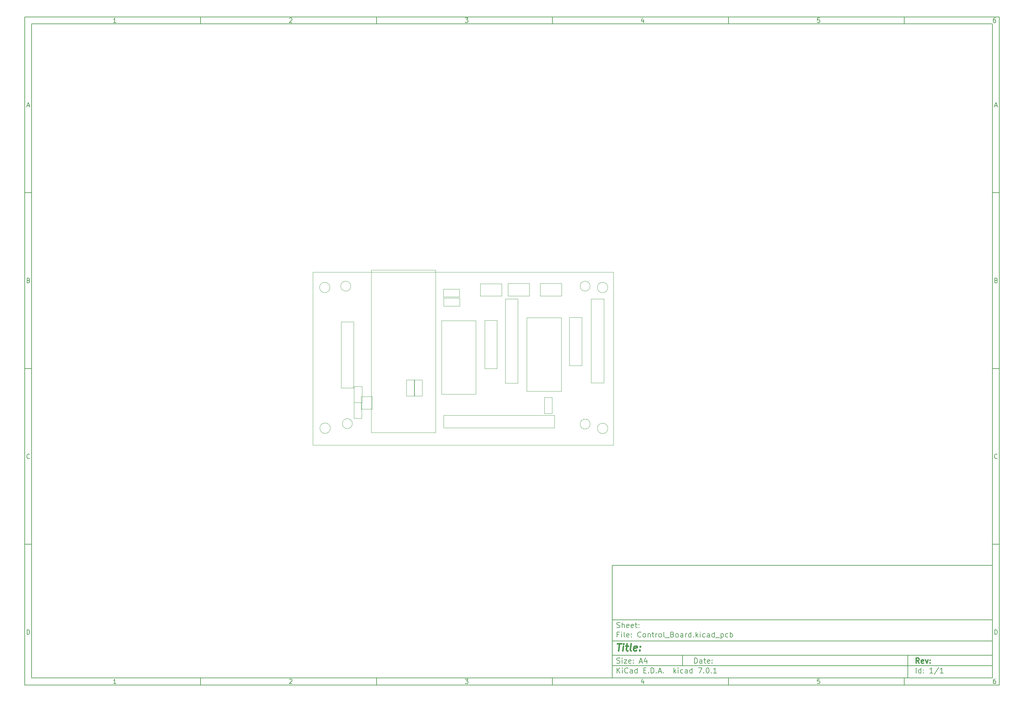
<source format=gbr>
%TF.GenerationSoftware,KiCad,Pcbnew,7.0.1*%
%TF.CreationDate,2023-10-26T15:35:36+00:00*%
%TF.ProjectId,Control_Board,436f6e74-726f-46c5-9f42-6f6172642e6b,rev?*%
%TF.SameCoordinates,Original*%
%TF.FileFunction,Other,User*%
%FSLAX45Y45*%
G04 Gerber Fmt 4.5, Leading zero omitted, Abs format (unit mm)*
G04 Created by KiCad (PCBNEW 7.0.1) date 2023-10-26 15:35:36*
%MOMM*%
%LPD*%
G01*
G04 APERTURE LIST*
%ADD10C,0.100000*%
%ADD11C,0.150000*%
%ADD12C,0.300000*%
%ADD13C,0.400000*%
%ADD14C,0.050000*%
%TA.AperFunction,Profile*%
%ADD15C,0.100000*%
%TD*%
G04 APERTURE END LIST*
D10*
D11*
X17700220Y-16600720D02*
X28500220Y-16600720D01*
X28500220Y-19800720D01*
X17700220Y-19800720D01*
X17700220Y-16600720D01*
D10*
D11*
X1000000Y-1000000D02*
X28700220Y-1000000D01*
X28700220Y-20000720D01*
X1000000Y-20000720D01*
X1000000Y-1000000D01*
D10*
D11*
X1200000Y-1200000D02*
X28500220Y-1200000D01*
X28500220Y-19800720D01*
X1200000Y-19800720D01*
X1200000Y-1200000D01*
D10*
D11*
X6000000Y-1200000D02*
X6000000Y-1000000D01*
D10*
D11*
X11000000Y-1200000D02*
X11000000Y-1000000D01*
D10*
D11*
X16000000Y-1200000D02*
X16000000Y-1000000D01*
D10*
D11*
X21000000Y-1200000D02*
X21000000Y-1000000D01*
D10*
D11*
X26000000Y-1200000D02*
X26000000Y-1000000D01*
D10*
D11*
X3599048Y-1160140D02*
X3524762Y-1160140D01*
X3561905Y-1160140D02*
X3561905Y-1030140D01*
X3561905Y-1030140D02*
X3549524Y-1048712D01*
X3549524Y-1048712D02*
X3537143Y-1061093D01*
X3537143Y-1061093D02*
X3524762Y-1067283D01*
D10*
D11*
X8524762Y-1042521D02*
X8530952Y-1036331D01*
X8530952Y-1036331D02*
X8543333Y-1030140D01*
X8543333Y-1030140D02*
X8574286Y-1030140D01*
X8574286Y-1030140D02*
X8586667Y-1036331D01*
X8586667Y-1036331D02*
X8592857Y-1042521D01*
X8592857Y-1042521D02*
X8599048Y-1054902D01*
X8599048Y-1054902D02*
X8599048Y-1067283D01*
X8599048Y-1067283D02*
X8592857Y-1085855D01*
X8592857Y-1085855D02*
X8518571Y-1160140D01*
X8518571Y-1160140D02*
X8599048Y-1160140D01*
D10*
D11*
X13518571Y-1030140D02*
X13599048Y-1030140D01*
X13599048Y-1030140D02*
X13555714Y-1079664D01*
X13555714Y-1079664D02*
X13574286Y-1079664D01*
X13574286Y-1079664D02*
X13586667Y-1085855D01*
X13586667Y-1085855D02*
X13592857Y-1092045D01*
X13592857Y-1092045D02*
X13599048Y-1104426D01*
X13599048Y-1104426D02*
X13599048Y-1135379D01*
X13599048Y-1135379D02*
X13592857Y-1147760D01*
X13592857Y-1147760D02*
X13586667Y-1153950D01*
X13586667Y-1153950D02*
X13574286Y-1160140D01*
X13574286Y-1160140D02*
X13537143Y-1160140D01*
X13537143Y-1160140D02*
X13524762Y-1153950D01*
X13524762Y-1153950D02*
X13518571Y-1147760D01*
D10*
D11*
X18586667Y-1073474D02*
X18586667Y-1160140D01*
X18555714Y-1023950D02*
X18524762Y-1116807D01*
X18524762Y-1116807D02*
X18605238Y-1116807D01*
D10*
D11*
X23592857Y-1030140D02*
X23530952Y-1030140D01*
X23530952Y-1030140D02*
X23524762Y-1092045D01*
X23524762Y-1092045D02*
X23530952Y-1085855D01*
X23530952Y-1085855D02*
X23543333Y-1079664D01*
X23543333Y-1079664D02*
X23574286Y-1079664D01*
X23574286Y-1079664D02*
X23586667Y-1085855D01*
X23586667Y-1085855D02*
X23592857Y-1092045D01*
X23592857Y-1092045D02*
X23599048Y-1104426D01*
X23599048Y-1104426D02*
X23599048Y-1135379D01*
X23599048Y-1135379D02*
X23592857Y-1147760D01*
X23592857Y-1147760D02*
X23586667Y-1153950D01*
X23586667Y-1153950D02*
X23574286Y-1160140D01*
X23574286Y-1160140D02*
X23543333Y-1160140D01*
X23543333Y-1160140D02*
X23530952Y-1153950D01*
X23530952Y-1153950D02*
X23524762Y-1147760D01*
D10*
D11*
X28586667Y-1030140D02*
X28561905Y-1030140D01*
X28561905Y-1030140D02*
X28549524Y-1036331D01*
X28549524Y-1036331D02*
X28543333Y-1042521D01*
X28543333Y-1042521D02*
X28530952Y-1061093D01*
X28530952Y-1061093D02*
X28524762Y-1085855D01*
X28524762Y-1085855D02*
X28524762Y-1135379D01*
X28524762Y-1135379D02*
X28530952Y-1147760D01*
X28530952Y-1147760D02*
X28537143Y-1153950D01*
X28537143Y-1153950D02*
X28549524Y-1160140D01*
X28549524Y-1160140D02*
X28574286Y-1160140D01*
X28574286Y-1160140D02*
X28586667Y-1153950D01*
X28586667Y-1153950D02*
X28592857Y-1147760D01*
X28592857Y-1147760D02*
X28599048Y-1135379D01*
X28599048Y-1135379D02*
X28599048Y-1104426D01*
X28599048Y-1104426D02*
X28592857Y-1092045D01*
X28592857Y-1092045D02*
X28586667Y-1085855D01*
X28586667Y-1085855D02*
X28574286Y-1079664D01*
X28574286Y-1079664D02*
X28549524Y-1079664D01*
X28549524Y-1079664D02*
X28537143Y-1085855D01*
X28537143Y-1085855D02*
X28530952Y-1092045D01*
X28530952Y-1092045D02*
X28524762Y-1104426D01*
D10*
D11*
X6000000Y-19800720D02*
X6000000Y-20000720D01*
D10*
D11*
X11000000Y-19800720D02*
X11000000Y-20000720D01*
D10*
D11*
X16000000Y-19800720D02*
X16000000Y-20000720D01*
D10*
D11*
X21000000Y-19800720D02*
X21000000Y-20000720D01*
D10*
D11*
X26000000Y-19800720D02*
X26000000Y-20000720D01*
D10*
D11*
X3599048Y-19960860D02*
X3524762Y-19960860D01*
X3561905Y-19960860D02*
X3561905Y-19830860D01*
X3561905Y-19830860D02*
X3549524Y-19849432D01*
X3549524Y-19849432D02*
X3537143Y-19861813D01*
X3537143Y-19861813D02*
X3524762Y-19868003D01*
D10*
D11*
X8524762Y-19843241D02*
X8530952Y-19837051D01*
X8530952Y-19837051D02*
X8543333Y-19830860D01*
X8543333Y-19830860D02*
X8574286Y-19830860D01*
X8574286Y-19830860D02*
X8586667Y-19837051D01*
X8586667Y-19837051D02*
X8592857Y-19843241D01*
X8592857Y-19843241D02*
X8599048Y-19855622D01*
X8599048Y-19855622D02*
X8599048Y-19868003D01*
X8599048Y-19868003D02*
X8592857Y-19886575D01*
X8592857Y-19886575D02*
X8518571Y-19960860D01*
X8518571Y-19960860D02*
X8599048Y-19960860D01*
D10*
D11*
X13518571Y-19830860D02*
X13599048Y-19830860D01*
X13599048Y-19830860D02*
X13555714Y-19880384D01*
X13555714Y-19880384D02*
X13574286Y-19880384D01*
X13574286Y-19880384D02*
X13586667Y-19886575D01*
X13586667Y-19886575D02*
X13592857Y-19892765D01*
X13592857Y-19892765D02*
X13599048Y-19905146D01*
X13599048Y-19905146D02*
X13599048Y-19936099D01*
X13599048Y-19936099D02*
X13592857Y-19948480D01*
X13592857Y-19948480D02*
X13586667Y-19954670D01*
X13586667Y-19954670D02*
X13574286Y-19960860D01*
X13574286Y-19960860D02*
X13537143Y-19960860D01*
X13537143Y-19960860D02*
X13524762Y-19954670D01*
X13524762Y-19954670D02*
X13518571Y-19948480D01*
D10*
D11*
X18586667Y-19874194D02*
X18586667Y-19960860D01*
X18555714Y-19824670D02*
X18524762Y-19917527D01*
X18524762Y-19917527D02*
X18605238Y-19917527D01*
D10*
D11*
X23592857Y-19830860D02*
X23530952Y-19830860D01*
X23530952Y-19830860D02*
X23524762Y-19892765D01*
X23524762Y-19892765D02*
X23530952Y-19886575D01*
X23530952Y-19886575D02*
X23543333Y-19880384D01*
X23543333Y-19880384D02*
X23574286Y-19880384D01*
X23574286Y-19880384D02*
X23586667Y-19886575D01*
X23586667Y-19886575D02*
X23592857Y-19892765D01*
X23592857Y-19892765D02*
X23599048Y-19905146D01*
X23599048Y-19905146D02*
X23599048Y-19936099D01*
X23599048Y-19936099D02*
X23592857Y-19948480D01*
X23592857Y-19948480D02*
X23586667Y-19954670D01*
X23586667Y-19954670D02*
X23574286Y-19960860D01*
X23574286Y-19960860D02*
X23543333Y-19960860D01*
X23543333Y-19960860D02*
X23530952Y-19954670D01*
X23530952Y-19954670D02*
X23524762Y-19948480D01*
D10*
D11*
X28586667Y-19830860D02*
X28561905Y-19830860D01*
X28561905Y-19830860D02*
X28549524Y-19837051D01*
X28549524Y-19837051D02*
X28543333Y-19843241D01*
X28543333Y-19843241D02*
X28530952Y-19861813D01*
X28530952Y-19861813D02*
X28524762Y-19886575D01*
X28524762Y-19886575D02*
X28524762Y-19936099D01*
X28524762Y-19936099D02*
X28530952Y-19948480D01*
X28530952Y-19948480D02*
X28537143Y-19954670D01*
X28537143Y-19954670D02*
X28549524Y-19960860D01*
X28549524Y-19960860D02*
X28574286Y-19960860D01*
X28574286Y-19960860D02*
X28586667Y-19954670D01*
X28586667Y-19954670D02*
X28592857Y-19948480D01*
X28592857Y-19948480D02*
X28599048Y-19936099D01*
X28599048Y-19936099D02*
X28599048Y-19905146D01*
X28599048Y-19905146D02*
X28592857Y-19892765D01*
X28592857Y-19892765D02*
X28586667Y-19886575D01*
X28586667Y-19886575D02*
X28574286Y-19880384D01*
X28574286Y-19880384D02*
X28549524Y-19880384D01*
X28549524Y-19880384D02*
X28537143Y-19886575D01*
X28537143Y-19886575D02*
X28530952Y-19892765D01*
X28530952Y-19892765D02*
X28524762Y-19905146D01*
D10*
D11*
X1000000Y-6000000D02*
X1200000Y-6000000D01*
D10*
D11*
X1000000Y-11000000D02*
X1200000Y-11000000D01*
D10*
D11*
X1000000Y-16000000D02*
X1200000Y-16000000D01*
D10*
D11*
X1069048Y-3522998D02*
X1130952Y-3522998D01*
X1056667Y-3560140D02*
X1100000Y-3430140D01*
X1100000Y-3430140D02*
X1143333Y-3560140D01*
D10*
D11*
X1109286Y-8492045D02*
X1127857Y-8498236D01*
X1127857Y-8498236D02*
X1134048Y-8504426D01*
X1134048Y-8504426D02*
X1140238Y-8516807D01*
X1140238Y-8516807D02*
X1140238Y-8535379D01*
X1140238Y-8535379D02*
X1134048Y-8547760D01*
X1134048Y-8547760D02*
X1127857Y-8553950D01*
X1127857Y-8553950D02*
X1115476Y-8560140D01*
X1115476Y-8560140D02*
X1065952Y-8560140D01*
X1065952Y-8560140D02*
X1065952Y-8430140D01*
X1065952Y-8430140D02*
X1109286Y-8430140D01*
X1109286Y-8430140D02*
X1121667Y-8436331D01*
X1121667Y-8436331D02*
X1127857Y-8442521D01*
X1127857Y-8442521D02*
X1134048Y-8454902D01*
X1134048Y-8454902D02*
X1134048Y-8467283D01*
X1134048Y-8467283D02*
X1127857Y-8479664D01*
X1127857Y-8479664D02*
X1121667Y-8485855D01*
X1121667Y-8485855D02*
X1109286Y-8492045D01*
X1109286Y-8492045D02*
X1065952Y-8492045D01*
D10*
D11*
X1140238Y-13547759D02*
X1134048Y-13553950D01*
X1134048Y-13553950D02*
X1115476Y-13560140D01*
X1115476Y-13560140D02*
X1103095Y-13560140D01*
X1103095Y-13560140D02*
X1084524Y-13553950D01*
X1084524Y-13553950D02*
X1072143Y-13541569D01*
X1072143Y-13541569D02*
X1065952Y-13529188D01*
X1065952Y-13529188D02*
X1059762Y-13504426D01*
X1059762Y-13504426D02*
X1059762Y-13485855D01*
X1059762Y-13485855D02*
X1065952Y-13461093D01*
X1065952Y-13461093D02*
X1072143Y-13448712D01*
X1072143Y-13448712D02*
X1084524Y-13436331D01*
X1084524Y-13436331D02*
X1103095Y-13430140D01*
X1103095Y-13430140D02*
X1115476Y-13430140D01*
X1115476Y-13430140D02*
X1134048Y-13436331D01*
X1134048Y-13436331D02*
X1140238Y-13442521D01*
D10*
D11*
X1065952Y-18560140D02*
X1065952Y-18430140D01*
X1065952Y-18430140D02*
X1096905Y-18430140D01*
X1096905Y-18430140D02*
X1115476Y-18436331D01*
X1115476Y-18436331D02*
X1127857Y-18448712D01*
X1127857Y-18448712D02*
X1134048Y-18461093D01*
X1134048Y-18461093D02*
X1140238Y-18485855D01*
X1140238Y-18485855D02*
X1140238Y-18504426D01*
X1140238Y-18504426D02*
X1134048Y-18529188D01*
X1134048Y-18529188D02*
X1127857Y-18541569D01*
X1127857Y-18541569D02*
X1115476Y-18553950D01*
X1115476Y-18553950D02*
X1096905Y-18560140D01*
X1096905Y-18560140D02*
X1065952Y-18560140D01*
D10*
D11*
X28700220Y-6000000D02*
X28500220Y-6000000D01*
D10*
D11*
X28700220Y-11000000D02*
X28500220Y-11000000D01*
D10*
D11*
X28700220Y-16000000D02*
X28500220Y-16000000D01*
D10*
D11*
X28569268Y-3522998D02*
X28631172Y-3522998D01*
X28556887Y-3560140D02*
X28600220Y-3430140D01*
X28600220Y-3430140D02*
X28643553Y-3560140D01*
D10*
D11*
X28609506Y-8492045D02*
X28628077Y-8498236D01*
X28628077Y-8498236D02*
X28634268Y-8504426D01*
X28634268Y-8504426D02*
X28640458Y-8516807D01*
X28640458Y-8516807D02*
X28640458Y-8535379D01*
X28640458Y-8535379D02*
X28634268Y-8547760D01*
X28634268Y-8547760D02*
X28628077Y-8553950D01*
X28628077Y-8553950D02*
X28615696Y-8560140D01*
X28615696Y-8560140D02*
X28566172Y-8560140D01*
X28566172Y-8560140D02*
X28566172Y-8430140D01*
X28566172Y-8430140D02*
X28609506Y-8430140D01*
X28609506Y-8430140D02*
X28621887Y-8436331D01*
X28621887Y-8436331D02*
X28628077Y-8442521D01*
X28628077Y-8442521D02*
X28634268Y-8454902D01*
X28634268Y-8454902D02*
X28634268Y-8467283D01*
X28634268Y-8467283D02*
X28628077Y-8479664D01*
X28628077Y-8479664D02*
X28621887Y-8485855D01*
X28621887Y-8485855D02*
X28609506Y-8492045D01*
X28609506Y-8492045D02*
X28566172Y-8492045D01*
D10*
D11*
X28640458Y-13547759D02*
X28634268Y-13553950D01*
X28634268Y-13553950D02*
X28615696Y-13560140D01*
X28615696Y-13560140D02*
X28603315Y-13560140D01*
X28603315Y-13560140D02*
X28584744Y-13553950D01*
X28584744Y-13553950D02*
X28572363Y-13541569D01*
X28572363Y-13541569D02*
X28566172Y-13529188D01*
X28566172Y-13529188D02*
X28559982Y-13504426D01*
X28559982Y-13504426D02*
X28559982Y-13485855D01*
X28559982Y-13485855D02*
X28566172Y-13461093D01*
X28566172Y-13461093D02*
X28572363Y-13448712D01*
X28572363Y-13448712D02*
X28584744Y-13436331D01*
X28584744Y-13436331D02*
X28603315Y-13430140D01*
X28603315Y-13430140D02*
X28615696Y-13430140D01*
X28615696Y-13430140D02*
X28634268Y-13436331D01*
X28634268Y-13436331D02*
X28640458Y-13442521D01*
D10*
D11*
X28566172Y-18560140D02*
X28566172Y-18430140D01*
X28566172Y-18430140D02*
X28597125Y-18430140D01*
X28597125Y-18430140D02*
X28615696Y-18436331D01*
X28615696Y-18436331D02*
X28628077Y-18448712D01*
X28628077Y-18448712D02*
X28634268Y-18461093D01*
X28634268Y-18461093D02*
X28640458Y-18485855D01*
X28640458Y-18485855D02*
X28640458Y-18504426D01*
X28640458Y-18504426D02*
X28634268Y-18529188D01*
X28634268Y-18529188D02*
X28628077Y-18541569D01*
X28628077Y-18541569D02*
X28615696Y-18553950D01*
X28615696Y-18553950D02*
X28597125Y-18560140D01*
X28597125Y-18560140D02*
X28566172Y-18560140D01*
D10*
D11*
X20035934Y-19380113D02*
X20035934Y-19230113D01*
X20035934Y-19230113D02*
X20071649Y-19230113D01*
X20071649Y-19230113D02*
X20093077Y-19237256D01*
X20093077Y-19237256D02*
X20107363Y-19251541D01*
X20107363Y-19251541D02*
X20114506Y-19265827D01*
X20114506Y-19265827D02*
X20121649Y-19294399D01*
X20121649Y-19294399D02*
X20121649Y-19315827D01*
X20121649Y-19315827D02*
X20114506Y-19344399D01*
X20114506Y-19344399D02*
X20107363Y-19358684D01*
X20107363Y-19358684D02*
X20093077Y-19372970D01*
X20093077Y-19372970D02*
X20071649Y-19380113D01*
X20071649Y-19380113D02*
X20035934Y-19380113D01*
X20250220Y-19380113D02*
X20250220Y-19301541D01*
X20250220Y-19301541D02*
X20243077Y-19287256D01*
X20243077Y-19287256D02*
X20228791Y-19280113D01*
X20228791Y-19280113D02*
X20200220Y-19280113D01*
X20200220Y-19280113D02*
X20185934Y-19287256D01*
X20250220Y-19372970D02*
X20235934Y-19380113D01*
X20235934Y-19380113D02*
X20200220Y-19380113D01*
X20200220Y-19380113D02*
X20185934Y-19372970D01*
X20185934Y-19372970D02*
X20178791Y-19358684D01*
X20178791Y-19358684D02*
X20178791Y-19344399D01*
X20178791Y-19344399D02*
X20185934Y-19330113D01*
X20185934Y-19330113D02*
X20200220Y-19322970D01*
X20200220Y-19322970D02*
X20235934Y-19322970D01*
X20235934Y-19322970D02*
X20250220Y-19315827D01*
X20300220Y-19280113D02*
X20357363Y-19280113D01*
X20321649Y-19230113D02*
X20321649Y-19358684D01*
X20321649Y-19358684D02*
X20328791Y-19372970D01*
X20328791Y-19372970D02*
X20343077Y-19380113D01*
X20343077Y-19380113D02*
X20357363Y-19380113D01*
X20464506Y-19372970D02*
X20450220Y-19380113D01*
X20450220Y-19380113D02*
X20421649Y-19380113D01*
X20421649Y-19380113D02*
X20407363Y-19372970D01*
X20407363Y-19372970D02*
X20400220Y-19358684D01*
X20400220Y-19358684D02*
X20400220Y-19301541D01*
X20400220Y-19301541D02*
X20407363Y-19287256D01*
X20407363Y-19287256D02*
X20421649Y-19280113D01*
X20421649Y-19280113D02*
X20450220Y-19280113D01*
X20450220Y-19280113D02*
X20464506Y-19287256D01*
X20464506Y-19287256D02*
X20471649Y-19301541D01*
X20471649Y-19301541D02*
X20471649Y-19315827D01*
X20471649Y-19315827D02*
X20400220Y-19330113D01*
X20535934Y-19365827D02*
X20543077Y-19372970D01*
X20543077Y-19372970D02*
X20535934Y-19380113D01*
X20535934Y-19380113D02*
X20528791Y-19372970D01*
X20528791Y-19372970D02*
X20535934Y-19365827D01*
X20535934Y-19365827D02*
X20535934Y-19380113D01*
X20535934Y-19287256D02*
X20543077Y-19294399D01*
X20543077Y-19294399D02*
X20535934Y-19301541D01*
X20535934Y-19301541D02*
X20528791Y-19294399D01*
X20528791Y-19294399D02*
X20535934Y-19287256D01*
X20535934Y-19287256D02*
X20535934Y-19301541D01*
D10*
D11*
X17700220Y-19450720D02*
X28500220Y-19450720D01*
D10*
D11*
X17835934Y-19660113D02*
X17835934Y-19510113D01*
X17921649Y-19660113D02*
X17857363Y-19574399D01*
X17921649Y-19510113D02*
X17835934Y-19595827D01*
X17985934Y-19660113D02*
X17985934Y-19560113D01*
X17985934Y-19510113D02*
X17978791Y-19517256D01*
X17978791Y-19517256D02*
X17985934Y-19524399D01*
X17985934Y-19524399D02*
X17993077Y-19517256D01*
X17993077Y-19517256D02*
X17985934Y-19510113D01*
X17985934Y-19510113D02*
X17985934Y-19524399D01*
X18143077Y-19645827D02*
X18135934Y-19652970D01*
X18135934Y-19652970D02*
X18114506Y-19660113D01*
X18114506Y-19660113D02*
X18100220Y-19660113D01*
X18100220Y-19660113D02*
X18078791Y-19652970D01*
X18078791Y-19652970D02*
X18064506Y-19638684D01*
X18064506Y-19638684D02*
X18057363Y-19624399D01*
X18057363Y-19624399D02*
X18050220Y-19595827D01*
X18050220Y-19595827D02*
X18050220Y-19574399D01*
X18050220Y-19574399D02*
X18057363Y-19545827D01*
X18057363Y-19545827D02*
X18064506Y-19531541D01*
X18064506Y-19531541D02*
X18078791Y-19517256D01*
X18078791Y-19517256D02*
X18100220Y-19510113D01*
X18100220Y-19510113D02*
X18114506Y-19510113D01*
X18114506Y-19510113D02*
X18135934Y-19517256D01*
X18135934Y-19517256D02*
X18143077Y-19524399D01*
X18271649Y-19660113D02*
X18271649Y-19581541D01*
X18271649Y-19581541D02*
X18264506Y-19567256D01*
X18264506Y-19567256D02*
X18250220Y-19560113D01*
X18250220Y-19560113D02*
X18221649Y-19560113D01*
X18221649Y-19560113D02*
X18207363Y-19567256D01*
X18271649Y-19652970D02*
X18257363Y-19660113D01*
X18257363Y-19660113D02*
X18221649Y-19660113D01*
X18221649Y-19660113D02*
X18207363Y-19652970D01*
X18207363Y-19652970D02*
X18200220Y-19638684D01*
X18200220Y-19638684D02*
X18200220Y-19624399D01*
X18200220Y-19624399D02*
X18207363Y-19610113D01*
X18207363Y-19610113D02*
X18221649Y-19602970D01*
X18221649Y-19602970D02*
X18257363Y-19602970D01*
X18257363Y-19602970D02*
X18271649Y-19595827D01*
X18407363Y-19660113D02*
X18407363Y-19510113D01*
X18407363Y-19652970D02*
X18393077Y-19660113D01*
X18393077Y-19660113D02*
X18364506Y-19660113D01*
X18364506Y-19660113D02*
X18350220Y-19652970D01*
X18350220Y-19652970D02*
X18343077Y-19645827D01*
X18343077Y-19645827D02*
X18335934Y-19631541D01*
X18335934Y-19631541D02*
X18335934Y-19588684D01*
X18335934Y-19588684D02*
X18343077Y-19574399D01*
X18343077Y-19574399D02*
X18350220Y-19567256D01*
X18350220Y-19567256D02*
X18364506Y-19560113D01*
X18364506Y-19560113D02*
X18393077Y-19560113D01*
X18393077Y-19560113D02*
X18407363Y-19567256D01*
X18593077Y-19581541D02*
X18643077Y-19581541D01*
X18664506Y-19660113D02*
X18593077Y-19660113D01*
X18593077Y-19660113D02*
X18593077Y-19510113D01*
X18593077Y-19510113D02*
X18664506Y-19510113D01*
X18728791Y-19645827D02*
X18735934Y-19652970D01*
X18735934Y-19652970D02*
X18728791Y-19660113D01*
X18728791Y-19660113D02*
X18721649Y-19652970D01*
X18721649Y-19652970D02*
X18728791Y-19645827D01*
X18728791Y-19645827D02*
X18728791Y-19660113D01*
X18800220Y-19660113D02*
X18800220Y-19510113D01*
X18800220Y-19510113D02*
X18835934Y-19510113D01*
X18835934Y-19510113D02*
X18857363Y-19517256D01*
X18857363Y-19517256D02*
X18871649Y-19531541D01*
X18871649Y-19531541D02*
X18878792Y-19545827D01*
X18878792Y-19545827D02*
X18885934Y-19574399D01*
X18885934Y-19574399D02*
X18885934Y-19595827D01*
X18885934Y-19595827D02*
X18878792Y-19624399D01*
X18878792Y-19624399D02*
X18871649Y-19638684D01*
X18871649Y-19638684D02*
X18857363Y-19652970D01*
X18857363Y-19652970D02*
X18835934Y-19660113D01*
X18835934Y-19660113D02*
X18800220Y-19660113D01*
X18950220Y-19645827D02*
X18957363Y-19652970D01*
X18957363Y-19652970D02*
X18950220Y-19660113D01*
X18950220Y-19660113D02*
X18943077Y-19652970D01*
X18943077Y-19652970D02*
X18950220Y-19645827D01*
X18950220Y-19645827D02*
X18950220Y-19660113D01*
X19014506Y-19617256D02*
X19085934Y-19617256D01*
X19000220Y-19660113D02*
X19050220Y-19510113D01*
X19050220Y-19510113D02*
X19100220Y-19660113D01*
X19150220Y-19645827D02*
X19157363Y-19652970D01*
X19157363Y-19652970D02*
X19150220Y-19660113D01*
X19150220Y-19660113D02*
X19143077Y-19652970D01*
X19143077Y-19652970D02*
X19150220Y-19645827D01*
X19150220Y-19645827D02*
X19150220Y-19660113D01*
X19450220Y-19660113D02*
X19450220Y-19510113D01*
X19464506Y-19602970D02*
X19507363Y-19660113D01*
X19507363Y-19560113D02*
X19450220Y-19617256D01*
X19571649Y-19660113D02*
X19571649Y-19560113D01*
X19571649Y-19510113D02*
X19564506Y-19517256D01*
X19564506Y-19517256D02*
X19571649Y-19524399D01*
X19571649Y-19524399D02*
X19578792Y-19517256D01*
X19578792Y-19517256D02*
X19571649Y-19510113D01*
X19571649Y-19510113D02*
X19571649Y-19524399D01*
X19707363Y-19652970D02*
X19693077Y-19660113D01*
X19693077Y-19660113D02*
X19664506Y-19660113D01*
X19664506Y-19660113D02*
X19650220Y-19652970D01*
X19650220Y-19652970D02*
X19643077Y-19645827D01*
X19643077Y-19645827D02*
X19635934Y-19631541D01*
X19635934Y-19631541D02*
X19635934Y-19588684D01*
X19635934Y-19588684D02*
X19643077Y-19574399D01*
X19643077Y-19574399D02*
X19650220Y-19567256D01*
X19650220Y-19567256D02*
X19664506Y-19560113D01*
X19664506Y-19560113D02*
X19693077Y-19560113D01*
X19693077Y-19560113D02*
X19707363Y-19567256D01*
X19835934Y-19660113D02*
X19835934Y-19581541D01*
X19835934Y-19581541D02*
X19828792Y-19567256D01*
X19828792Y-19567256D02*
X19814506Y-19560113D01*
X19814506Y-19560113D02*
X19785934Y-19560113D01*
X19785934Y-19560113D02*
X19771649Y-19567256D01*
X19835934Y-19652970D02*
X19821649Y-19660113D01*
X19821649Y-19660113D02*
X19785934Y-19660113D01*
X19785934Y-19660113D02*
X19771649Y-19652970D01*
X19771649Y-19652970D02*
X19764506Y-19638684D01*
X19764506Y-19638684D02*
X19764506Y-19624399D01*
X19764506Y-19624399D02*
X19771649Y-19610113D01*
X19771649Y-19610113D02*
X19785934Y-19602970D01*
X19785934Y-19602970D02*
X19821649Y-19602970D01*
X19821649Y-19602970D02*
X19835934Y-19595827D01*
X19971649Y-19660113D02*
X19971649Y-19510113D01*
X19971649Y-19652970D02*
X19957363Y-19660113D01*
X19957363Y-19660113D02*
X19928792Y-19660113D01*
X19928792Y-19660113D02*
X19914506Y-19652970D01*
X19914506Y-19652970D02*
X19907363Y-19645827D01*
X19907363Y-19645827D02*
X19900220Y-19631541D01*
X19900220Y-19631541D02*
X19900220Y-19588684D01*
X19900220Y-19588684D02*
X19907363Y-19574399D01*
X19907363Y-19574399D02*
X19914506Y-19567256D01*
X19914506Y-19567256D02*
X19928792Y-19560113D01*
X19928792Y-19560113D02*
X19957363Y-19560113D01*
X19957363Y-19560113D02*
X19971649Y-19567256D01*
X20143077Y-19510113D02*
X20243077Y-19510113D01*
X20243077Y-19510113D02*
X20178792Y-19660113D01*
X20300220Y-19645827D02*
X20307363Y-19652970D01*
X20307363Y-19652970D02*
X20300220Y-19660113D01*
X20300220Y-19660113D02*
X20293077Y-19652970D01*
X20293077Y-19652970D02*
X20300220Y-19645827D01*
X20300220Y-19645827D02*
X20300220Y-19660113D01*
X20400220Y-19510113D02*
X20414506Y-19510113D01*
X20414506Y-19510113D02*
X20428792Y-19517256D01*
X20428792Y-19517256D02*
X20435934Y-19524399D01*
X20435934Y-19524399D02*
X20443077Y-19538684D01*
X20443077Y-19538684D02*
X20450220Y-19567256D01*
X20450220Y-19567256D02*
X20450220Y-19602970D01*
X20450220Y-19602970D02*
X20443077Y-19631541D01*
X20443077Y-19631541D02*
X20435934Y-19645827D01*
X20435934Y-19645827D02*
X20428792Y-19652970D01*
X20428792Y-19652970D02*
X20414506Y-19660113D01*
X20414506Y-19660113D02*
X20400220Y-19660113D01*
X20400220Y-19660113D02*
X20385934Y-19652970D01*
X20385934Y-19652970D02*
X20378792Y-19645827D01*
X20378792Y-19645827D02*
X20371649Y-19631541D01*
X20371649Y-19631541D02*
X20364506Y-19602970D01*
X20364506Y-19602970D02*
X20364506Y-19567256D01*
X20364506Y-19567256D02*
X20371649Y-19538684D01*
X20371649Y-19538684D02*
X20378792Y-19524399D01*
X20378792Y-19524399D02*
X20385934Y-19517256D01*
X20385934Y-19517256D02*
X20400220Y-19510113D01*
X20514506Y-19645827D02*
X20521649Y-19652970D01*
X20521649Y-19652970D02*
X20514506Y-19660113D01*
X20514506Y-19660113D02*
X20507363Y-19652970D01*
X20507363Y-19652970D02*
X20514506Y-19645827D01*
X20514506Y-19645827D02*
X20514506Y-19660113D01*
X20664506Y-19660113D02*
X20578792Y-19660113D01*
X20621649Y-19660113D02*
X20621649Y-19510113D01*
X20621649Y-19510113D02*
X20607363Y-19531541D01*
X20607363Y-19531541D02*
X20593077Y-19545827D01*
X20593077Y-19545827D02*
X20578792Y-19552970D01*
D10*
D11*
X17700220Y-19150720D02*
X28500220Y-19150720D01*
D10*
D12*
X26421648Y-19380113D02*
X26371648Y-19308684D01*
X26335934Y-19380113D02*
X26335934Y-19230113D01*
X26335934Y-19230113D02*
X26393077Y-19230113D01*
X26393077Y-19230113D02*
X26407363Y-19237256D01*
X26407363Y-19237256D02*
X26414506Y-19244399D01*
X26414506Y-19244399D02*
X26421648Y-19258684D01*
X26421648Y-19258684D02*
X26421648Y-19280113D01*
X26421648Y-19280113D02*
X26414506Y-19294399D01*
X26414506Y-19294399D02*
X26407363Y-19301541D01*
X26407363Y-19301541D02*
X26393077Y-19308684D01*
X26393077Y-19308684D02*
X26335934Y-19308684D01*
X26543077Y-19372970D02*
X26528791Y-19380113D01*
X26528791Y-19380113D02*
X26500220Y-19380113D01*
X26500220Y-19380113D02*
X26485934Y-19372970D01*
X26485934Y-19372970D02*
X26478791Y-19358684D01*
X26478791Y-19358684D02*
X26478791Y-19301541D01*
X26478791Y-19301541D02*
X26485934Y-19287256D01*
X26485934Y-19287256D02*
X26500220Y-19280113D01*
X26500220Y-19280113D02*
X26528791Y-19280113D01*
X26528791Y-19280113D02*
X26543077Y-19287256D01*
X26543077Y-19287256D02*
X26550220Y-19301541D01*
X26550220Y-19301541D02*
X26550220Y-19315827D01*
X26550220Y-19315827D02*
X26478791Y-19330113D01*
X26600220Y-19280113D02*
X26635934Y-19380113D01*
X26635934Y-19380113D02*
X26671648Y-19280113D01*
X26728791Y-19365827D02*
X26735934Y-19372970D01*
X26735934Y-19372970D02*
X26728791Y-19380113D01*
X26728791Y-19380113D02*
X26721648Y-19372970D01*
X26721648Y-19372970D02*
X26728791Y-19365827D01*
X26728791Y-19365827D02*
X26728791Y-19380113D01*
X26728791Y-19287256D02*
X26735934Y-19294399D01*
X26735934Y-19294399D02*
X26728791Y-19301541D01*
X26728791Y-19301541D02*
X26721648Y-19294399D01*
X26721648Y-19294399D02*
X26728791Y-19287256D01*
X26728791Y-19287256D02*
X26728791Y-19301541D01*
D10*
D11*
X17828791Y-19372970D02*
X17850220Y-19380113D01*
X17850220Y-19380113D02*
X17885934Y-19380113D01*
X17885934Y-19380113D02*
X17900220Y-19372970D01*
X17900220Y-19372970D02*
X17907363Y-19365827D01*
X17907363Y-19365827D02*
X17914506Y-19351541D01*
X17914506Y-19351541D02*
X17914506Y-19337256D01*
X17914506Y-19337256D02*
X17907363Y-19322970D01*
X17907363Y-19322970D02*
X17900220Y-19315827D01*
X17900220Y-19315827D02*
X17885934Y-19308684D01*
X17885934Y-19308684D02*
X17857363Y-19301541D01*
X17857363Y-19301541D02*
X17843077Y-19294399D01*
X17843077Y-19294399D02*
X17835934Y-19287256D01*
X17835934Y-19287256D02*
X17828791Y-19272970D01*
X17828791Y-19272970D02*
X17828791Y-19258684D01*
X17828791Y-19258684D02*
X17835934Y-19244399D01*
X17835934Y-19244399D02*
X17843077Y-19237256D01*
X17843077Y-19237256D02*
X17857363Y-19230113D01*
X17857363Y-19230113D02*
X17893077Y-19230113D01*
X17893077Y-19230113D02*
X17914506Y-19237256D01*
X17978791Y-19380113D02*
X17978791Y-19280113D01*
X17978791Y-19230113D02*
X17971649Y-19237256D01*
X17971649Y-19237256D02*
X17978791Y-19244399D01*
X17978791Y-19244399D02*
X17985934Y-19237256D01*
X17985934Y-19237256D02*
X17978791Y-19230113D01*
X17978791Y-19230113D02*
X17978791Y-19244399D01*
X18035934Y-19280113D02*
X18114506Y-19280113D01*
X18114506Y-19280113D02*
X18035934Y-19380113D01*
X18035934Y-19380113D02*
X18114506Y-19380113D01*
X18228791Y-19372970D02*
X18214506Y-19380113D01*
X18214506Y-19380113D02*
X18185934Y-19380113D01*
X18185934Y-19380113D02*
X18171649Y-19372970D01*
X18171649Y-19372970D02*
X18164506Y-19358684D01*
X18164506Y-19358684D02*
X18164506Y-19301541D01*
X18164506Y-19301541D02*
X18171649Y-19287256D01*
X18171649Y-19287256D02*
X18185934Y-19280113D01*
X18185934Y-19280113D02*
X18214506Y-19280113D01*
X18214506Y-19280113D02*
X18228791Y-19287256D01*
X18228791Y-19287256D02*
X18235934Y-19301541D01*
X18235934Y-19301541D02*
X18235934Y-19315827D01*
X18235934Y-19315827D02*
X18164506Y-19330113D01*
X18300220Y-19365827D02*
X18307363Y-19372970D01*
X18307363Y-19372970D02*
X18300220Y-19380113D01*
X18300220Y-19380113D02*
X18293077Y-19372970D01*
X18293077Y-19372970D02*
X18300220Y-19365827D01*
X18300220Y-19365827D02*
X18300220Y-19380113D01*
X18300220Y-19287256D02*
X18307363Y-19294399D01*
X18307363Y-19294399D02*
X18300220Y-19301541D01*
X18300220Y-19301541D02*
X18293077Y-19294399D01*
X18293077Y-19294399D02*
X18300220Y-19287256D01*
X18300220Y-19287256D02*
X18300220Y-19301541D01*
X18478791Y-19337256D02*
X18550220Y-19337256D01*
X18464506Y-19380113D02*
X18514506Y-19230113D01*
X18514506Y-19230113D02*
X18564506Y-19380113D01*
X18678791Y-19280113D02*
X18678791Y-19380113D01*
X18643077Y-19222970D02*
X18607363Y-19330113D01*
X18607363Y-19330113D02*
X18700220Y-19330113D01*
D10*
D11*
X26335934Y-19660113D02*
X26335934Y-19510113D01*
X26471649Y-19660113D02*
X26471649Y-19510113D01*
X26471649Y-19652970D02*
X26457363Y-19660113D01*
X26457363Y-19660113D02*
X26428791Y-19660113D01*
X26428791Y-19660113D02*
X26414506Y-19652970D01*
X26414506Y-19652970D02*
X26407363Y-19645827D01*
X26407363Y-19645827D02*
X26400220Y-19631541D01*
X26400220Y-19631541D02*
X26400220Y-19588684D01*
X26400220Y-19588684D02*
X26407363Y-19574399D01*
X26407363Y-19574399D02*
X26414506Y-19567256D01*
X26414506Y-19567256D02*
X26428791Y-19560113D01*
X26428791Y-19560113D02*
X26457363Y-19560113D01*
X26457363Y-19560113D02*
X26471649Y-19567256D01*
X26543077Y-19645827D02*
X26550220Y-19652970D01*
X26550220Y-19652970D02*
X26543077Y-19660113D01*
X26543077Y-19660113D02*
X26535934Y-19652970D01*
X26535934Y-19652970D02*
X26543077Y-19645827D01*
X26543077Y-19645827D02*
X26543077Y-19660113D01*
X26543077Y-19567256D02*
X26550220Y-19574399D01*
X26550220Y-19574399D02*
X26543077Y-19581541D01*
X26543077Y-19581541D02*
X26535934Y-19574399D01*
X26535934Y-19574399D02*
X26543077Y-19567256D01*
X26543077Y-19567256D02*
X26543077Y-19581541D01*
X26807363Y-19660113D02*
X26721649Y-19660113D01*
X26764506Y-19660113D02*
X26764506Y-19510113D01*
X26764506Y-19510113D02*
X26750220Y-19531541D01*
X26750220Y-19531541D02*
X26735934Y-19545827D01*
X26735934Y-19545827D02*
X26721649Y-19552970D01*
X26978791Y-19502970D02*
X26850220Y-19695827D01*
X27107363Y-19660113D02*
X27021649Y-19660113D01*
X27064506Y-19660113D02*
X27064506Y-19510113D01*
X27064506Y-19510113D02*
X27050220Y-19531541D01*
X27050220Y-19531541D02*
X27035934Y-19545827D01*
X27035934Y-19545827D02*
X27021649Y-19552970D01*
D10*
D11*
X17700220Y-18750720D02*
X28500220Y-18750720D01*
D10*
D13*
X17843077Y-18823244D02*
X17957363Y-18823244D01*
X17875220Y-19023244D02*
X17900220Y-18823244D01*
X17997839Y-19023244D02*
X18014506Y-18889910D01*
X18022839Y-18823244D02*
X18012125Y-18832768D01*
X18012125Y-18832768D02*
X18020458Y-18842291D01*
X18020458Y-18842291D02*
X18031172Y-18832768D01*
X18031172Y-18832768D02*
X18022839Y-18823244D01*
X18022839Y-18823244D02*
X18020458Y-18842291D01*
X18079982Y-18889910D02*
X18156172Y-18889910D01*
X18116887Y-18823244D02*
X18095458Y-18994672D01*
X18095458Y-18994672D02*
X18102601Y-19013720D01*
X18102601Y-19013720D02*
X18120458Y-19023244D01*
X18120458Y-19023244D02*
X18139506Y-19023244D01*
X18233553Y-19023244D02*
X18215696Y-19013720D01*
X18215696Y-19013720D02*
X18208553Y-18994672D01*
X18208553Y-18994672D02*
X18229982Y-18823244D01*
X18385934Y-19013720D02*
X18365696Y-19023244D01*
X18365696Y-19023244D02*
X18327601Y-19023244D01*
X18327601Y-19023244D02*
X18309744Y-19013720D01*
X18309744Y-19013720D02*
X18302601Y-18994672D01*
X18302601Y-18994672D02*
X18312125Y-18918482D01*
X18312125Y-18918482D02*
X18324029Y-18899434D01*
X18324029Y-18899434D02*
X18344268Y-18889910D01*
X18344268Y-18889910D02*
X18382363Y-18889910D01*
X18382363Y-18889910D02*
X18400220Y-18899434D01*
X18400220Y-18899434D02*
X18407363Y-18918482D01*
X18407363Y-18918482D02*
X18404982Y-18937530D01*
X18404982Y-18937530D02*
X18307363Y-18956577D01*
X18481172Y-19004196D02*
X18489506Y-19013720D01*
X18489506Y-19013720D02*
X18478791Y-19023244D01*
X18478791Y-19023244D02*
X18470458Y-19013720D01*
X18470458Y-19013720D02*
X18481172Y-19004196D01*
X18481172Y-19004196D02*
X18478791Y-19023244D01*
X18494268Y-18899434D02*
X18502601Y-18908958D01*
X18502601Y-18908958D02*
X18491887Y-18918482D01*
X18491887Y-18918482D02*
X18483553Y-18908958D01*
X18483553Y-18908958D02*
X18494268Y-18899434D01*
X18494268Y-18899434D02*
X18491887Y-18918482D01*
D10*
D11*
X17885934Y-18561541D02*
X17835934Y-18561541D01*
X17835934Y-18640113D02*
X17835934Y-18490113D01*
X17835934Y-18490113D02*
X17907363Y-18490113D01*
X17964506Y-18640113D02*
X17964506Y-18540113D01*
X17964506Y-18490113D02*
X17957363Y-18497256D01*
X17957363Y-18497256D02*
X17964506Y-18504399D01*
X17964506Y-18504399D02*
X17971649Y-18497256D01*
X17971649Y-18497256D02*
X17964506Y-18490113D01*
X17964506Y-18490113D02*
X17964506Y-18504399D01*
X18057363Y-18640113D02*
X18043077Y-18632970D01*
X18043077Y-18632970D02*
X18035934Y-18618684D01*
X18035934Y-18618684D02*
X18035934Y-18490113D01*
X18171649Y-18632970D02*
X18157363Y-18640113D01*
X18157363Y-18640113D02*
X18128791Y-18640113D01*
X18128791Y-18640113D02*
X18114506Y-18632970D01*
X18114506Y-18632970D02*
X18107363Y-18618684D01*
X18107363Y-18618684D02*
X18107363Y-18561541D01*
X18107363Y-18561541D02*
X18114506Y-18547256D01*
X18114506Y-18547256D02*
X18128791Y-18540113D01*
X18128791Y-18540113D02*
X18157363Y-18540113D01*
X18157363Y-18540113D02*
X18171649Y-18547256D01*
X18171649Y-18547256D02*
X18178791Y-18561541D01*
X18178791Y-18561541D02*
X18178791Y-18575827D01*
X18178791Y-18575827D02*
X18107363Y-18590113D01*
X18243077Y-18625827D02*
X18250220Y-18632970D01*
X18250220Y-18632970D02*
X18243077Y-18640113D01*
X18243077Y-18640113D02*
X18235934Y-18632970D01*
X18235934Y-18632970D02*
X18243077Y-18625827D01*
X18243077Y-18625827D02*
X18243077Y-18640113D01*
X18243077Y-18547256D02*
X18250220Y-18554399D01*
X18250220Y-18554399D02*
X18243077Y-18561541D01*
X18243077Y-18561541D02*
X18235934Y-18554399D01*
X18235934Y-18554399D02*
X18243077Y-18547256D01*
X18243077Y-18547256D02*
X18243077Y-18561541D01*
X18514506Y-18625827D02*
X18507363Y-18632970D01*
X18507363Y-18632970D02*
X18485934Y-18640113D01*
X18485934Y-18640113D02*
X18471649Y-18640113D01*
X18471649Y-18640113D02*
X18450220Y-18632970D01*
X18450220Y-18632970D02*
X18435934Y-18618684D01*
X18435934Y-18618684D02*
X18428791Y-18604399D01*
X18428791Y-18604399D02*
X18421649Y-18575827D01*
X18421649Y-18575827D02*
X18421649Y-18554399D01*
X18421649Y-18554399D02*
X18428791Y-18525827D01*
X18428791Y-18525827D02*
X18435934Y-18511541D01*
X18435934Y-18511541D02*
X18450220Y-18497256D01*
X18450220Y-18497256D02*
X18471649Y-18490113D01*
X18471649Y-18490113D02*
X18485934Y-18490113D01*
X18485934Y-18490113D02*
X18507363Y-18497256D01*
X18507363Y-18497256D02*
X18514506Y-18504399D01*
X18600220Y-18640113D02*
X18585934Y-18632970D01*
X18585934Y-18632970D02*
X18578791Y-18625827D01*
X18578791Y-18625827D02*
X18571649Y-18611541D01*
X18571649Y-18611541D02*
X18571649Y-18568684D01*
X18571649Y-18568684D02*
X18578791Y-18554399D01*
X18578791Y-18554399D02*
X18585934Y-18547256D01*
X18585934Y-18547256D02*
X18600220Y-18540113D01*
X18600220Y-18540113D02*
X18621649Y-18540113D01*
X18621649Y-18540113D02*
X18635934Y-18547256D01*
X18635934Y-18547256D02*
X18643077Y-18554399D01*
X18643077Y-18554399D02*
X18650220Y-18568684D01*
X18650220Y-18568684D02*
X18650220Y-18611541D01*
X18650220Y-18611541D02*
X18643077Y-18625827D01*
X18643077Y-18625827D02*
X18635934Y-18632970D01*
X18635934Y-18632970D02*
X18621649Y-18640113D01*
X18621649Y-18640113D02*
X18600220Y-18640113D01*
X18714506Y-18540113D02*
X18714506Y-18640113D01*
X18714506Y-18554399D02*
X18721649Y-18547256D01*
X18721649Y-18547256D02*
X18735934Y-18540113D01*
X18735934Y-18540113D02*
X18757363Y-18540113D01*
X18757363Y-18540113D02*
X18771649Y-18547256D01*
X18771649Y-18547256D02*
X18778791Y-18561541D01*
X18778791Y-18561541D02*
X18778791Y-18640113D01*
X18828791Y-18540113D02*
X18885934Y-18540113D01*
X18850220Y-18490113D02*
X18850220Y-18618684D01*
X18850220Y-18618684D02*
X18857363Y-18632970D01*
X18857363Y-18632970D02*
X18871649Y-18640113D01*
X18871649Y-18640113D02*
X18885934Y-18640113D01*
X18935934Y-18640113D02*
X18935934Y-18540113D01*
X18935934Y-18568684D02*
X18943077Y-18554399D01*
X18943077Y-18554399D02*
X18950220Y-18547256D01*
X18950220Y-18547256D02*
X18964506Y-18540113D01*
X18964506Y-18540113D02*
X18978791Y-18540113D01*
X19050220Y-18640113D02*
X19035934Y-18632970D01*
X19035934Y-18632970D02*
X19028791Y-18625827D01*
X19028791Y-18625827D02*
X19021649Y-18611541D01*
X19021649Y-18611541D02*
X19021649Y-18568684D01*
X19021649Y-18568684D02*
X19028791Y-18554399D01*
X19028791Y-18554399D02*
X19035934Y-18547256D01*
X19035934Y-18547256D02*
X19050220Y-18540113D01*
X19050220Y-18540113D02*
X19071649Y-18540113D01*
X19071649Y-18540113D02*
X19085934Y-18547256D01*
X19085934Y-18547256D02*
X19093077Y-18554399D01*
X19093077Y-18554399D02*
X19100220Y-18568684D01*
X19100220Y-18568684D02*
X19100220Y-18611541D01*
X19100220Y-18611541D02*
X19093077Y-18625827D01*
X19093077Y-18625827D02*
X19085934Y-18632970D01*
X19085934Y-18632970D02*
X19071649Y-18640113D01*
X19071649Y-18640113D02*
X19050220Y-18640113D01*
X19185934Y-18640113D02*
X19171649Y-18632970D01*
X19171649Y-18632970D02*
X19164506Y-18618684D01*
X19164506Y-18618684D02*
X19164506Y-18490113D01*
X19207363Y-18654399D02*
X19321649Y-18654399D01*
X19407363Y-18561541D02*
X19428791Y-18568684D01*
X19428791Y-18568684D02*
X19435934Y-18575827D01*
X19435934Y-18575827D02*
X19443077Y-18590113D01*
X19443077Y-18590113D02*
X19443077Y-18611541D01*
X19443077Y-18611541D02*
X19435934Y-18625827D01*
X19435934Y-18625827D02*
X19428791Y-18632970D01*
X19428791Y-18632970D02*
X19414506Y-18640113D01*
X19414506Y-18640113D02*
X19357363Y-18640113D01*
X19357363Y-18640113D02*
X19357363Y-18490113D01*
X19357363Y-18490113D02*
X19407363Y-18490113D01*
X19407363Y-18490113D02*
X19421649Y-18497256D01*
X19421649Y-18497256D02*
X19428791Y-18504399D01*
X19428791Y-18504399D02*
X19435934Y-18518684D01*
X19435934Y-18518684D02*
X19435934Y-18532970D01*
X19435934Y-18532970D02*
X19428791Y-18547256D01*
X19428791Y-18547256D02*
X19421649Y-18554399D01*
X19421649Y-18554399D02*
X19407363Y-18561541D01*
X19407363Y-18561541D02*
X19357363Y-18561541D01*
X19528791Y-18640113D02*
X19514506Y-18632970D01*
X19514506Y-18632970D02*
X19507363Y-18625827D01*
X19507363Y-18625827D02*
X19500220Y-18611541D01*
X19500220Y-18611541D02*
X19500220Y-18568684D01*
X19500220Y-18568684D02*
X19507363Y-18554399D01*
X19507363Y-18554399D02*
X19514506Y-18547256D01*
X19514506Y-18547256D02*
X19528791Y-18540113D01*
X19528791Y-18540113D02*
X19550220Y-18540113D01*
X19550220Y-18540113D02*
X19564506Y-18547256D01*
X19564506Y-18547256D02*
X19571649Y-18554399D01*
X19571649Y-18554399D02*
X19578791Y-18568684D01*
X19578791Y-18568684D02*
X19578791Y-18611541D01*
X19578791Y-18611541D02*
X19571649Y-18625827D01*
X19571649Y-18625827D02*
X19564506Y-18632970D01*
X19564506Y-18632970D02*
X19550220Y-18640113D01*
X19550220Y-18640113D02*
X19528791Y-18640113D01*
X19707363Y-18640113D02*
X19707363Y-18561541D01*
X19707363Y-18561541D02*
X19700220Y-18547256D01*
X19700220Y-18547256D02*
X19685934Y-18540113D01*
X19685934Y-18540113D02*
X19657363Y-18540113D01*
X19657363Y-18540113D02*
X19643077Y-18547256D01*
X19707363Y-18632970D02*
X19693077Y-18640113D01*
X19693077Y-18640113D02*
X19657363Y-18640113D01*
X19657363Y-18640113D02*
X19643077Y-18632970D01*
X19643077Y-18632970D02*
X19635934Y-18618684D01*
X19635934Y-18618684D02*
X19635934Y-18604399D01*
X19635934Y-18604399D02*
X19643077Y-18590113D01*
X19643077Y-18590113D02*
X19657363Y-18582970D01*
X19657363Y-18582970D02*
X19693077Y-18582970D01*
X19693077Y-18582970D02*
X19707363Y-18575827D01*
X19778791Y-18640113D02*
X19778791Y-18540113D01*
X19778791Y-18568684D02*
X19785934Y-18554399D01*
X19785934Y-18554399D02*
X19793077Y-18547256D01*
X19793077Y-18547256D02*
X19807363Y-18540113D01*
X19807363Y-18540113D02*
X19821649Y-18540113D01*
X19935934Y-18640113D02*
X19935934Y-18490113D01*
X19935934Y-18632970D02*
X19921648Y-18640113D01*
X19921648Y-18640113D02*
X19893077Y-18640113D01*
X19893077Y-18640113D02*
X19878791Y-18632970D01*
X19878791Y-18632970D02*
X19871648Y-18625827D01*
X19871648Y-18625827D02*
X19864506Y-18611541D01*
X19864506Y-18611541D02*
X19864506Y-18568684D01*
X19864506Y-18568684D02*
X19871648Y-18554399D01*
X19871648Y-18554399D02*
X19878791Y-18547256D01*
X19878791Y-18547256D02*
X19893077Y-18540113D01*
X19893077Y-18540113D02*
X19921648Y-18540113D01*
X19921648Y-18540113D02*
X19935934Y-18547256D01*
X20007363Y-18625827D02*
X20014506Y-18632970D01*
X20014506Y-18632970D02*
X20007363Y-18640113D01*
X20007363Y-18640113D02*
X20000220Y-18632970D01*
X20000220Y-18632970D02*
X20007363Y-18625827D01*
X20007363Y-18625827D02*
X20007363Y-18640113D01*
X20078791Y-18640113D02*
X20078791Y-18490113D01*
X20093077Y-18582970D02*
X20135934Y-18640113D01*
X20135934Y-18540113D02*
X20078791Y-18597256D01*
X20200220Y-18640113D02*
X20200220Y-18540113D01*
X20200220Y-18490113D02*
X20193077Y-18497256D01*
X20193077Y-18497256D02*
X20200220Y-18504399D01*
X20200220Y-18504399D02*
X20207363Y-18497256D01*
X20207363Y-18497256D02*
X20200220Y-18490113D01*
X20200220Y-18490113D02*
X20200220Y-18504399D01*
X20335934Y-18632970D02*
X20321649Y-18640113D01*
X20321649Y-18640113D02*
X20293077Y-18640113D01*
X20293077Y-18640113D02*
X20278791Y-18632970D01*
X20278791Y-18632970D02*
X20271649Y-18625827D01*
X20271649Y-18625827D02*
X20264506Y-18611541D01*
X20264506Y-18611541D02*
X20264506Y-18568684D01*
X20264506Y-18568684D02*
X20271649Y-18554399D01*
X20271649Y-18554399D02*
X20278791Y-18547256D01*
X20278791Y-18547256D02*
X20293077Y-18540113D01*
X20293077Y-18540113D02*
X20321649Y-18540113D01*
X20321649Y-18540113D02*
X20335934Y-18547256D01*
X20464506Y-18640113D02*
X20464506Y-18561541D01*
X20464506Y-18561541D02*
X20457363Y-18547256D01*
X20457363Y-18547256D02*
X20443077Y-18540113D01*
X20443077Y-18540113D02*
X20414506Y-18540113D01*
X20414506Y-18540113D02*
X20400220Y-18547256D01*
X20464506Y-18632970D02*
X20450220Y-18640113D01*
X20450220Y-18640113D02*
X20414506Y-18640113D01*
X20414506Y-18640113D02*
X20400220Y-18632970D01*
X20400220Y-18632970D02*
X20393077Y-18618684D01*
X20393077Y-18618684D02*
X20393077Y-18604399D01*
X20393077Y-18604399D02*
X20400220Y-18590113D01*
X20400220Y-18590113D02*
X20414506Y-18582970D01*
X20414506Y-18582970D02*
X20450220Y-18582970D01*
X20450220Y-18582970D02*
X20464506Y-18575827D01*
X20600220Y-18640113D02*
X20600220Y-18490113D01*
X20600220Y-18632970D02*
X20585934Y-18640113D01*
X20585934Y-18640113D02*
X20557363Y-18640113D01*
X20557363Y-18640113D02*
X20543077Y-18632970D01*
X20543077Y-18632970D02*
X20535934Y-18625827D01*
X20535934Y-18625827D02*
X20528791Y-18611541D01*
X20528791Y-18611541D02*
X20528791Y-18568684D01*
X20528791Y-18568684D02*
X20535934Y-18554399D01*
X20535934Y-18554399D02*
X20543077Y-18547256D01*
X20543077Y-18547256D02*
X20557363Y-18540113D01*
X20557363Y-18540113D02*
X20585934Y-18540113D01*
X20585934Y-18540113D02*
X20600220Y-18547256D01*
X20635934Y-18654399D02*
X20750220Y-18654399D01*
X20785934Y-18540113D02*
X20785934Y-18690113D01*
X20785934Y-18547256D02*
X20800220Y-18540113D01*
X20800220Y-18540113D02*
X20828791Y-18540113D01*
X20828791Y-18540113D02*
X20843077Y-18547256D01*
X20843077Y-18547256D02*
X20850220Y-18554399D01*
X20850220Y-18554399D02*
X20857363Y-18568684D01*
X20857363Y-18568684D02*
X20857363Y-18611541D01*
X20857363Y-18611541D02*
X20850220Y-18625827D01*
X20850220Y-18625827D02*
X20843077Y-18632970D01*
X20843077Y-18632970D02*
X20828791Y-18640113D01*
X20828791Y-18640113D02*
X20800220Y-18640113D01*
X20800220Y-18640113D02*
X20785934Y-18632970D01*
X20985934Y-18632970D02*
X20971649Y-18640113D01*
X20971649Y-18640113D02*
X20943077Y-18640113D01*
X20943077Y-18640113D02*
X20928791Y-18632970D01*
X20928791Y-18632970D02*
X20921649Y-18625827D01*
X20921649Y-18625827D02*
X20914506Y-18611541D01*
X20914506Y-18611541D02*
X20914506Y-18568684D01*
X20914506Y-18568684D02*
X20921649Y-18554399D01*
X20921649Y-18554399D02*
X20928791Y-18547256D01*
X20928791Y-18547256D02*
X20943077Y-18540113D01*
X20943077Y-18540113D02*
X20971649Y-18540113D01*
X20971649Y-18540113D02*
X20985934Y-18547256D01*
X21050220Y-18640113D02*
X21050220Y-18490113D01*
X21050220Y-18547256D02*
X21064506Y-18540113D01*
X21064506Y-18540113D02*
X21093077Y-18540113D01*
X21093077Y-18540113D02*
X21107363Y-18547256D01*
X21107363Y-18547256D02*
X21114506Y-18554399D01*
X21114506Y-18554399D02*
X21121649Y-18568684D01*
X21121649Y-18568684D02*
X21121649Y-18611541D01*
X21121649Y-18611541D02*
X21114506Y-18625827D01*
X21114506Y-18625827D02*
X21107363Y-18632970D01*
X21107363Y-18632970D02*
X21093077Y-18640113D01*
X21093077Y-18640113D02*
X21064506Y-18640113D01*
X21064506Y-18640113D02*
X21050220Y-18632970D01*
D10*
D11*
X17700220Y-18150720D02*
X28500220Y-18150720D01*
D10*
D11*
X17828791Y-18362970D02*
X17850220Y-18370113D01*
X17850220Y-18370113D02*
X17885934Y-18370113D01*
X17885934Y-18370113D02*
X17900220Y-18362970D01*
X17900220Y-18362970D02*
X17907363Y-18355827D01*
X17907363Y-18355827D02*
X17914506Y-18341541D01*
X17914506Y-18341541D02*
X17914506Y-18327256D01*
X17914506Y-18327256D02*
X17907363Y-18312970D01*
X17907363Y-18312970D02*
X17900220Y-18305827D01*
X17900220Y-18305827D02*
X17885934Y-18298684D01*
X17885934Y-18298684D02*
X17857363Y-18291541D01*
X17857363Y-18291541D02*
X17843077Y-18284399D01*
X17843077Y-18284399D02*
X17835934Y-18277256D01*
X17835934Y-18277256D02*
X17828791Y-18262970D01*
X17828791Y-18262970D02*
X17828791Y-18248684D01*
X17828791Y-18248684D02*
X17835934Y-18234399D01*
X17835934Y-18234399D02*
X17843077Y-18227256D01*
X17843077Y-18227256D02*
X17857363Y-18220113D01*
X17857363Y-18220113D02*
X17893077Y-18220113D01*
X17893077Y-18220113D02*
X17914506Y-18227256D01*
X17978791Y-18370113D02*
X17978791Y-18220113D01*
X18043077Y-18370113D02*
X18043077Y-18291541D01*
X18043077Y-18291541D02*
X18035934Y-18277256D01*
X18035934Y-18277256D02*
X18021649Y-18270113D01*
X18021649Y-18270113D02*
X18000220Y-18270113D01*
X18000220Y-18270113D02*
X17985934Y-18277256D01*
X17985934Y-18277256D02*
X17978791Y-18284399D01*
X18171649Y-18362970D02*
X18157363Y-18370113D01*
X18157363Y-18370113D02*
X18128791Y-18370113D01*
X18128791Y-18370113D02*
X18114506Y-18362970D01*
X18114506Y-18362970D02*
X18107363Y-18348684D01*
X18107363Y-18348684D02*
X18107363Y-18291541D01*
X18107363Y-18291541D02*
X18114506Y-18277256D01*
X18114506Y-18277256D02*
X18128791Y-18270113D01*
X18128791Y-18270113D02*
X18157363Y-18270113D01*
X18157363Y-18270113D02*
X18171649Y-18277256D01*
X18171649Y-18277256D02*
X18178791Y-18291541D01*
X18178791Y-18291541D02*
X18178791Y-18305827D01*
X18178791Y-18305827D02*
X18107363Y-18320113D01*
X18300220Y-18362970D02*
X18285934Y-18370113D01*
X18285934Y-18370113D02*
X18257363Y-18370113D01*
X18257363Y-18370113D02*
X18243077Y-18362970D01*
X18243077Y-18362970D02*
X18235934Y-18348684D01*
X18235934Y-18348684D02*
X18235934Y-18291541D01*
X18235934Y-18291541D02*
X18243077Y-18277256D01*
X18243077Y-18277256D02*
X18257363Y-18270113D01*
X18257363Y-18270113D02*
X18285934Y-18270113D01*
X18285934Y-18270113D02*
X18300220Y-18277256D01*
X18300220Y-18277256D02*
X18307363Y-18291541D01*
X18307363Y-18291541D02*
X18307363Y-18305827D01*
X18307363Y-18305827D02*
X18235934Y-18320113D01*
X18350220Y-18270113D02*
X18407363Y-18270113D01*
X18371648Y-18220113D02*
X18371648Y-18348684D01*
X18371648Y-18348684D02*
X18378791Y-18362970D01*
X18378791Y-18362970D02*
X18393077Y-18370113D01*
X18393077Y-18370113D02*
X18407363Y-18370113D01*
X18457363Y-18355827D02*
X18464506Y-18362970D01*
X18464506Y-18362970D02*
X18457363Y-18370113D01*
X18457363Y-18370113D02*
X18450220Y-18362970D01*
X18450220Y-18362970D02*
X18457363Y-18355827D01*
X18457363Y-18355827D02*
X18457363Y-18370113D01*
X18457363Y-18277256D02*
X18464506Y-18284399D01*
X18464506Y-18284399D02*
X18457363Y-18291541D01*
X18457363Y-18291541D02*
X18450220Y-18284399D01*
X18450220Y-18284399D02*
X18457363Y-18277256D01*
X18457363Y-18277256D02*
X18457363Y-18291541D01*
D10*
D12*
D10*
D11*
D10*
D11*
D10*
D11*
D10*
D11*
D10*
D11*
X19700220Y-19150720D02*
X19700220Y-19450720D01*
D10*
D11*
X26100220Y-19150720D02*
X26100220Y-19800720D01*
D14*
%TO.C,R13*%
X12072000Y-11775750D02*
X12072000Y-11319750D01*
X12296000Y-11775750D02*
X12072000Y-11775750D01*
X12072000Y-11319750D02*
X12296000Y-11319750D01*
X12296000Y-11319750D02*
X12296000Y-11775750D01*
%TO.C,R1*%
X10584000Y-11511750D02*
X10584000Y-11967750D01*
X10360000Y-11511750D02*
X10584000Y-11511750D01*
X10584000Y-11967750D02*
X10360000Y-11967750D01*
X10360000Y-11967750D02*
X10360000Y-11511750D01*
%TO.C,R14*%
X11850000Y-11777750D02*
X11850000Y-11321750D01*
X12074000Y-11777750D02*
X11850000Y-11777750D01*
X11850000Y-11321750D02*
X12074000Y-11321750D01*
X12074000Y-11321750D02*
X12074000Y-11777750D01*
%TO.C,U1*%
X16252000Y-11642000D02*
X16252000Y-9557000D01*
X16252000Y-9557000D02*
X15272000Y-9557000D01*
X15272000Y-11642000D02*
X16252000Y-11642000D01*
X15272000Y-9557000D02*
X15272000Y-11642000D01*
%TO.C,J4*%
X14426000Y-10998000D02*
X14071000Y-10998000D01*
X14426000Y-9628000D02*
X14426000Y-10998000D01*
X14071000Y-10998000D02*
X14071000Y-9628000D01*
X14071000Y-9628000D02*
X14426000Y-9628000D01*
%TO.C,A1*%
X12675000Y-12823000D02*
X12675000Y-8201000D01*
X12675000Y-12823000D02*
X10847000Y-12823000D01*
X10847000Y-8201000D02*
X12675000Y-8201000D01*
X10847000Y-8201000D02*
X10847000Y-12823000D01*
%TO.C,D1*%
X13357000Y-8963000D02*
X12901000Y-8963000D01*
X13357000Y-8739000D02*
X13357000Y-8963000D01*
X12901000Y-8963000D02*
X12901000Y-8739000D01*
X12901000Y-8739000D02*
X13357000Y-8739000D01*
%TO.C,D3*%
X13365000Y-9220000D02*
X12909000Y-9220000D01*
X13365000Y-8996000D02*
X13365000Y-9220000D01*
X12909000Y-9220000D02*
X12909000Y-8996000D01*
X12909000Y-8996000D02*
X13365000Y-8996000D01*
%TO.C,D2*%
X15765000Y-12276000D02*
X15765000Y-11820000D01*
X15989000Y-12276000D02*
X15765000Y-12276000D01*
X15765000Y-11820000D02*
X15989000Y-11820000D01*
X15989000Y-11820000D02*
X15989000Y-12276000D01*
%TO.C,J5*%
X15646000Y-8935000D02*
X15646000Y-8580000D01*
X16256000Y-8935000D02*
X15646000Y-8935000D01*
X15646000Y-8580000D02*
X16256000Y-8580000D01*
X16256000Y-8580000D02*
X16256000Y-8935000D01*
%TO.C,J8*%
X17457500Y-11408000D02*
X17457500Y-9018000D01*
X17457500Y-9018000D02*
X17097500Y-9018000D01*
X17097500Y-11408000D02*
X17457500Y-11408000D01*
X17097500Y-9018000D02*
X17097500Y-11408000D01*
%TO.C,J2*%
X10565000Y-11793000D02*
X10565000Y-12153000D01*
X10565000Y-12153000D02*
X10875000Y-12153000D01*
X10875000Y-11793000D02*
X10565000Y-11793000D01*
X10875000Y-12153000D02*
X10875000Y-11793000D01*
%TO.C,J3*%
X12903000Y-12687000D02*
X12903000Y-12332000D01*
X16053000Y-12687000D02*
X12903000Y-12687000D01*
X12903000Y-12332000D02*
X16053000Y-12332000D01*
X16053000Y-12332000D02*
X16053000Y-12687000D01*
%TO.C,J7*%
X16836000Y-10916000D02*
X16481000Y-10916000D01*
X16836000Y-9546000D02*
X16836000Y-10916000D01*
X16481000Y-10916000D02*
X16481000Y-9546000D01*
X16481000Y-9546000D02*
X16836000Y-9546000D01*
%TO.C,J1*%
X9995000Y-9670000D02*
X10350000Y-9670000D01*
X9995000Y-11550000D02*
X9995000Y-9670000D01*
X10350000Y-9670000D02*
X10350000Y-11550000D01*
X10350000Y-11550000D02*
X9995000Y-11550000D01*
%TO.C,R2*%
X10582000Y-11962250D02*
X10582000Y-12418250D01*
X10358000Y-11962250D02*
X10582000Y-11962250D01*
X10582000Y-12418250D02*
X10358000Y-12418250D01*
X10358000Y-12418250D02*
X10358000Y-11962250D01*
%TO.C,J6*%
X14739000Y-8937000D02*
X14739000Y-8582000D01*
X15349000Y-8937000D02*
X14739000Y-8937000D01*
X14739000Y-8582000D02*
X15349000Y-8582000D01*
X15349000Y-8582000D02*
X15349000Y-8937000D01*
%TO.C,U3*%
X13824000Y-11726000D02*
X13824000Y-9641000D01*
X13824000Y-9641000D02*
X12844000Y-9641000D01*
X12844000Y-11726000D02*
X13824000Y-11726000D01*
X12844000Y-9641000D02*
X12844000Y-11726000D01*
%TO.C,J9*%
X15016000Y-11414000D02*
X15016000Y-9024000D01*
X15016000Y-9024000D02*
X14656000Y-9024000D01*
X14656000Y-11414000D02*
X15016000Y-11414000D01*
X14656000Y-9024000D02*
X14656000Y-11414000D01*
%TO.C,SW1*%
X13947000Y-8939000D02*
X13947000Y-8584000D01*
X14557000Y-8939000D02*
X13947000Y-8939000D01*
X13947000Y-8584000D02*
X14557000Y-8584000D01*
X14557000Y-8584000D02*
X14557000Y-8939000D01*
%TD*%
D15*
X9686030Y-12697000D02*
G75*
G03*
X9686030Y-12697000I-148030J0D01*
G01*
X17573030Y-8695970D02*
G75*
G03*
X17573030Y-8695970I-148030J0D01*
G01*
X17069032Y-8657500D02*
G75*
G03*
X17069032Y-8657500I-141532J0D01*
G01*
X10265564Y-8657500D02*
G75*
G03*
X10265564Y-8657500I-141532J0D01*
G01*
X9675660Y-8695000D02*
G75*
G03*
X9675660Y-8695000I-146660J0D01*
G01*
X9193000Y-8258000D02*
X17731000Y-8258000D01*
X17731000Y-13181000D01*
X9193000Y-13181000D01*
X9193000Y-8258000D01*
X10311532Y-12567500D02*
G75*
G03*
X10311532Y-12567500I-141532J0D01*
G01*
X17573030Y-12702970D02*
G75*
G03*
X17573030Y-12702970I-148030J0D01*
G01*
X17069532Y-12580000D02*
G75*
G03*
X17069532Y-12580000I-141532J0D01*
G01*
M02*

</source>
